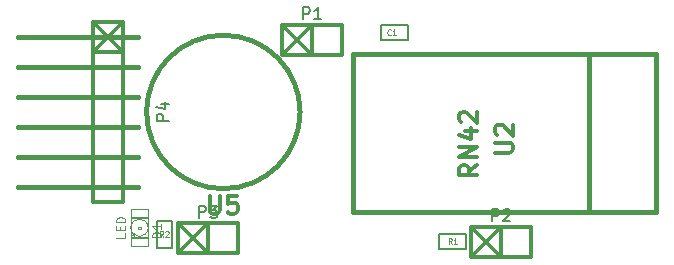
<source format=gto>
G04 (created by PCBNEW-RS274X (2011-nov-30)-testing) date Sat 18 Aug 2012 12:14:24 PM CEST*
%MOIN*%
G04 Gerber Fmt 3.4, Leading zero omitted, Abs format*
%FSLAX34Y34*%
G01*
G70*
G90*
G04 APERTURE LIST*
%ADD10C,0.006*%
%ADD11C,0.005*%
%ADD12C,0.012*%
%ADD13C,0.0026*%
%ADD14C,0.004*%
%ADD15C,0.015*%
%ADD16C,0.0045*%
%ADD17C,0.008*%
%ADD18C,0.0035*%
G04 APERTURE END LIST*
G54D10*
G54D11*
X36080Y-20289D02*
X35180Y-20289D01*
X35180Y-20289D02*
X35180Y-19789D01*
X35180Y-19789D02*
X36080Y-19789D01*
X36080Y-19789D02*
X36080Y-20289D01*
X28203Y-26322D02*
X28203Y-27222D01*
X28203Y-27222D02*
X27703Y-27222D01*
X27703Y-27222D02*
X27703Y-26322D01*
X27703Y-26322D02*
X28203Y-26322D01*
X37109Y-26758D02*
X38009Y-26758D01*
X38009Y-26758D02*
X38009Y-27258D01*
X38009Y-27258D02*
X37109Y-27258D01*
X37109Y-27258D02*
X37109Y-26758D01*
G54D12*
X32874Y-19776D02*
X32874Y-20776D01*
X32874Y-20776D02*
X31874Y-19776D01*
X31874Y-20776D02*
X32874Y-19776D01*
X33874Y-20776D02*
X31874Y-20776D01*
X31874Y-19776D02*
X33874Y-19776D01*
X31874Y-20776D02*
X31874Y-19776D01*
X33874Y-19776D02*
X33874Y-20776D01*
G54D13*
X27087Y-26496D02*
X27087Y-26574D01*
X27087Y-26574D02*
X27165Y-26574D01*
X27165Y-26496D02*
X27165Y-26574D01*
X27087Y-26496D02*
X27165Y-26496D01*
X26851Y-26712D02*
X26851Y-26849D01*
X26851Y-26849D02*
X26949Y-26849D01*
X26949Y-26712D02*
X26949Y-26849D01*
X26851Y-26712D02*
X26949Y-26712D01*
X26851Y-26849D02*
X26851Y-26889D01*
X26851Y-26889D02*
X27322Y-26889D01*
X27322Y-26849D02*
X27322Y-26889D01*
X26851Y-26849D02*
X27322Y-26849D01*
X27342Y-26849D02*
X27342Y-26889D01*
X27342Y-26889D02*
X27401Y-26889D01*
X27401Y-26849D02*
X27401Y-26889D01*
X27342Y-26849D02*
X27401Y-26849D01*
X26851Y-26181D02*
X26851Y-26221D01*
X26851Y-26221D02*
X27322Y-26221D01*
X27322Y-26181D02*
X27322Y-26221D01*
X26851Y-26181D02*
X27322Y-26181D01*
X27342Y-26181D02*
X27342Y-26221D01*
X27342Y-26221D02*
X27401Y-26221D01*
X27401Y-26181D02*
X27401Y-26221D01*
X27342Y-26181D02*
X27401Y-26181D01*
X26851Y-26712D02*
X26851Y-26771D01*
X26851Y-26771D02*
X26949Y-26771D01*
X26949Y-26712D02*
X26949Y-26771D01*
X26851Y-26712D02*
X26949Y-26712D01*
G54D14*
X26831Y-27145D02*
X26831Y-25925D01*
X26831Y-25925D02*
X27421Y-25925D01*
X27421Y-25925D02*
X27421Y-27145D01*
X27421Y-27145D02*
X26831Y-27145D01*
X26930Y-26320D02*
G75*
G03X26931Y-26751I196J-215D01*
G74*
G01*
X27322Y-26320D02*
G75*
G03X26931Y-26319I-196J-215D01*
G74*
G01*
X27322Y-26750D02*
G75*
G03X27321Y-26319I-196J215D01*
G74*
G01*
X26930Y-26750D02*
G75*
G03X27321Y-26751I196J215D01*
G74*
G01*
G54D15*
X42126Y-20748D02*
X44331Y-20748D01*
X44331Y-20748D02*
X44331Y-26024D01*
X44331Y-26024D02*
X42126Y-26024D01*
X34252Y-20748D02*
X42126Y-20748D01*
X42126Y-20748D02*
X42126Y-26024D01*
X42126Y-26024D02*
X34252Y-26024D01*
X34252Y-26024D02*
X34252Y-20748D01*
G54D12*
X25587Y-19677D02*
X26587Y-20677D01*
X26587Y-20677D02*
X25587Y-20677D01*
X25587Y-20677D02*
X26587Y-19677D01*
G54D15*
X27087Y-20177D02*
X23087Y-20177D01*
X27087Y-25177D02*
X23087Y-25177D01*
X27087Y-24177D02*
X23087Y-24177D01*
X27087Y-23177D02*
X23087Y-23177D01*
X23087Y-22177D02*
X27087Y-22177D01*
X27087Y-21177D02*
X23087Y-21177D01*
G54D12*
X25587Y-19677D02*
X26587Y-19677D01*
X26587Y-19677D02*
X26587Y-25677D01*
X26587Y-25677D02*
X25587Y-25677D01*
X25587Y-25677D02*
X25587Y-19677D01*
X39173Y-26508D02*
X39173Y-27508D01*
X39173Y-27508D02*
X38173Y-26508D01*
X38173Y-27508D02*
X39173Y-26508D01*
X40173Y-27508D02*
X38173Y-27508D01*
X38173Y-26508D02*
X40173Y-26508D01*
X38173Y-27508D02*
X38173Y-26508D01*
X40173Y-26508D02*
X40173Y-27508D01*
G54D15*
X32480Y-22677D02*
G75*
G03X32480Y-22677I-2559J0D01*
G74*
G01*
G54D12*
X29409Y-26390D02*
X29409Y-27390D01*
X29409Y-27390D02*
X28409Y-26390D01*
X28409Y-27390D02*
X29409Y-26390D01*
X30409Y-27390D02*
X28409Y-27390D01*
X28409Y-26390D02*
X30409Y-26390D01*
X28409Y-27390D02*
X28409Y-26390D01*
X30409Y-26390D02*
X30409Y-27390D01*
G54D16*
X35503Y-20101D02*
X35494Y-20110D01*
X35468Y-20120D01*
X35451Y-20120D01*
X35426Y-20110D01*
X35408Y-20091D01*
X35400Y-20072D01*
X35391Y-20034D01*
X35391Y-20006D01*
X35400Y-19968D01*
X35408Y-19949D01*
X35426Y-19929D01*
X35451Y-19920D01*
X35468Y-19920D01*
X35494Y-19929D01*
X35503Y-19939D01*
X35674Y-20120D02*
X35571Y-20120D01*
X35623Y-20120D02*
X35623Y-19920D01*
X35606Y-19949D01*
X35588Y-19968D01*
X35571Y-19977D01*
X27924Y-26853D02*
X27864Y-26758D01*
X27821Y-26853D02*
X27821Y-26653D01*
X27889Y-26653D01*
X27907Y-26662D01*
X27915Y-26672D01*
X27924Y-26691D01*
X27924Y-26720D01*
X27915Y-26739D01*
X27907Y-26748D01*
X27889Y-26758D01*
X27821Y-26758D01*
X27992Y-26672D02*
X28001Y-26662D01*
X28018Y-26653D01*
X28061Y-26653D01*
X28078Y-26662D01*
X28087Y-26672D01*
X28095Y-26691D01*
X28095Y-26710D01*
X28087Y-26739D01*
X27984Y-26853D01*
X28095Y-26853D01*
X37530Y-27089D02*
X37470Y-26994D01*
X37427Y-27089D02*
X37427Y-26889D01*
X37495Y-26889D01*
X37513Y-26898D01*
X37521Y-26908D01*
X37530Y-26927D01*
X37530Y-26956D01*
X37521Y-26975D01*
X37513Y-26984D01*
X37495Y-26994D01*
X37427Y-26994D01*
X37701Y-27089D02*
X37598Y-27089D01*
X37650Y-27089D02*
X37650Y-26889D01*
X37633Y-26918D01*
X37615Y-26937D01*
X37598Y-26946D01*
G54D17*
X32579Y-19588D02*
X32579Y-19188D01*
X32732Y-19188D01*
X32770Y-19207D01*
X32789Y-19226D01*
X32808Y-19264D01*
X32808Y-19321D01*
X32789Y-19359D01*
X32770Y-19378D01*
X32732Y-19397D01*
X32579Y-19397D01*
X33189Y-19588D02*
X32960Y-19588D01*
X33074Y-19588D02*
X33074Y-19188D01*
X33036Y-19245D01*
X32998Y-19283D01*
X32960Y-19302D01*
G54D18*
X27847Y-26857D02*
X27547Y-26857D01*
X27547Y-26785D01*
X27562Y-26742D01*
X27590Y-26714D01*
X27619Y-26699D01*
X27676Y-26685D01*
X27719Y-26685D01*
X27776Y-26699D01*
X27805Y-26714D01*
X27833Y-26742D01*
X27847Y-26785D01*
X27847Y-26857D01*
X27847Y-26399D02*
X27847Y-26571D01*
X27847Y-26485D02*
X27547Y-26485D01*
X27590Y-26514D01*
X27619Y-26542D01*
X27633Y-26571D01*
X26647Y-26728D02*
X26647Y-26871D01*
X26347Y-26871D01*
X26490Y-26628D02*
X26490Y-26528D01*
X26647Y-26485D02*
X26647Y-26628D01*
X26347Y-26628D01*
X26347Y-26485D01*
X26647Y-26357D02*
X26347Y-26357D01*
X26347Y-26285D01*
X26362Y-26242D01*
X26390Y-26214D01*
X26419Y-26199D01*
X26476Y-26185D01*
X26519Y-26185D01*
X26576Y-26199D01*
X26605Y-26214D01*
X26633Y-26242D01*
X26647Y-26285D01*
X26647Y-26357D01*
G54D12*
X38974Y-24040D02*
X39460Y-24040D01*
X39517Y-24012D01*
X39545Y-23983D01*
X39574Y-23926D01*
X39574Y-23812D01*
X39545Y-23754D01*
X39517Y-23726D01*
X39460Y-23697D01*
X38974Y-23697D01*
X39031Y-23440D02*
X39002Y-23411D01*
X38974Y-23354D01*
X38974Y-23211D01*
X39002Y-23154D01*
X39031Y-23125D01*
X39088Y-23097D01*
X39145Y-23097D01*
X39231Y-23125D01*
X39574Y-23468D01*
X39574Y-23097D01*
X38393Y-24439D02*
X38107Y-24639D01*
X38393Y-24782D02*
X37793Y-24782D01*
X37793Y-24554D01*
X37821Y-24496D01*
X37850Y-24468D01*
X37907Y-24439D01*
X37993Y-24439D01*
X38050Y-24468D01*
X38079Y-24496D01*
X38107Y-24554D01*
X38107Y-24782D01*
X38393Y-24182D02*
X37793Y-24182D01*
X38393Y-23839D01*
X37793Y-23839D01*
X37993Y-23296D02*
X38393Y-23296D01*
X37764Y-23439D02*
X38193Y-23582D01*
X38193Y-23210D01*
X37850Y-23011D02*
X37821Y-22982D01*
X37793Y-22925D01*
X37793Y-22782D01*
X37821Y-22725D01*
X37850Y-22696D01*
X37907Y-22668D01*
X37964Y-22668D01*
X38050Y-22696D01*
X38393Y-23039D01*
X38393Y-22668D01*
G54D17*
X28099Y-22972D02*
X27699Y-22972D01*
X27699Y-22819D01*
X27718Y-22781D01*
X27737Y-22762D01*
X27775Y-22743D01*
X27832Y-22743D01*
X27870Y-22762D01*
X27889Y-22781D01*
X27908Y-22819D01*
X27908Y-22972D01*
X27832Y-22400D02*
X28099Y-22400D01*
X27680Y-22496D02*
X27966Y-22591D01*
X27966Y-22343D01*
X38878Y-26320D02*
X38878Y-25920D01*
X39031Y-25920D01*
X39069Y-25939D01*
X39088Y-25958D01*
X39107Y-25996D01*
X39107Y-26053D01*
X39088Y-26091D01*
X39069Y-26110D01*
X39031Y-26129D01*
X38878Y-26129D01*
X39259Y-25958D02*
X39278Y-25939D01*
X39316Y-25920D01*
X39412Y-25920D01*
X39450Y-25939D01*
X39469Y-25958D01*
X39488Y-25996D01*
X39488Y-26034D01*
X39469Y-26091D01*
X39240Y-26320D01*
X39488Y-26320D01*
G54D12*
X29464Y-25470D02*
X29464Y-25956D01*
X29492Y-26013D01*
X29521Y-26041D01*
X29578Y-26070D01*
X29692Y-26070D01*
X29750Y-26041D01*
X29778Y-26013D01*
X29807Y-25956D01*
X29807Y-25470D01*
X30379Y-25470D02*
X30093Y-25470D01*
X30064Y-25756D01*
X30093Y-25727D01*
X30150Y-25698D01*
X30293Y-25698D01*
X30350Y-25727D01*
X30379Y-25756D01*
X30407Y-25813D01*
X30407Y-25956D01*
X30379Y-26013D01*
X30350Y-26041D01*
X30293Y-26070D01*
X30150Y-26070D01*
X30093Y-26041D01*
X30064Y-26013D01*
G54D17*
X29114Y-26202D02*
X29114Y-25802D01*
X29267Y-25802D01*
X29305Y-25821D01*
X29324Y-25840D01*
X29343Y-25878D01*
X29343Y-25935D01*
X29324Y-25973D01*
X29305Y-25992D01*
X29267Y-26011D01*
X29114Y-26011D01*
X29476Y-25802D02*
X29724Y-25802D01*
X29590Y-25954D01*
X29648Y-25954D01*
X29686Y-25973D01*
X29705Y-25992D01*
X29724Y-26030D01*
X29724Y-26126D01*
X29705Y-26164D01*
X29686Y-26183D01*
X29648Y-26202D01*
X29533Y-26202D01*
X29495Y-26183D01*
X29476Y-26164D01*
M02*

</source>
